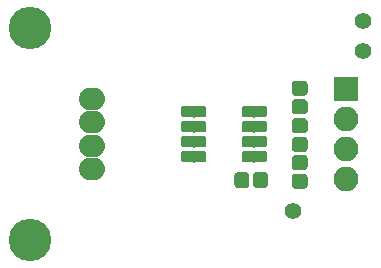
<source format=gbs>
G04 #@! TF.GenerationSoftware,KiCad,Pcbnew,(5.1.2)-1*
G04 #@! TF.CreationDate,2021-06-27T21:29:46+09:00*
G04 #@! TF.ProjectId,IR,49522e6b-6963-4616-945f-706362585858,v1.1*
G04 #@! TF.SameCoordinates,Original*
G04 #@! TF.FileFunction,Soldermask,Bot*
G04 #@! TF.FilePolarity,Negative*
%FSLAX46Y46*%
G04 Gerber Fmt 4.6, Leading zero omitted, Abs format (unit mm)*
G04 Created by KiCad (PCBNEW (5.1.2)-1) date 2021-06-27 21:29:46*
%MOMM*%
%LPD*%
G04 APERTURE LIST*
%ADD10C,3.600000*%
%ADD11O,2.200000X1.924000*%
%ADD12C,1.400000*%
%ADD13C,0.050000*%
%ADD14C,1.275000*%
%ADD15R,2.100000X2.100000*%
%ADD16O,2.100000X2.100000*%
%ADD17C,1.000000*%
G04 APERTURE END LIST*
D10*
X180000000Y-120000000D03*
D11*
X185200000Y-114000000D03*
X185200000Y-112000000D03*
X185200000Y-110000000D03*
X185200000Y-108000000D03*
D12*
X202200000Y-117500000D03*
X208200000Y-101400000D03*
X208200000Y-104000000D03*
D10*
X180000000Y-102000000D03*
D13*
G36*
X199837493Y-114226535D02*
G01*
X199868435Y-114231125D01*
X199898778Y-114238725D01*
X199928230Y-114249263D01*
X199956508Y-114262638D01*
X199983338Y-114278719D01*
X200008463Y-114297353D01*
X200031640Y-114318360D01*
X200052647Y-114341537D01*
X200071281Y-114366662D01*
X200087362Y-114393492D01*
X200100737Y-114421770D01*
X200111275Y-114451222D01*
X200118875Y-114481565D01*
X200123465Y-114512507D01*
X200125000Y-114543750D01*
X200125000Y-115256250D01*
X200123465Y-115287493D01*
X200118875Y-115318435D01*
X200111275Y-115348778D01*
X200100737Y-115378230D01*
X200087362Y-115406508D01*
X200071281Y-115433338D01*
X200052647Y-115458463D01*
X200031640Y-115481640D01*
X200008463Y-115502647D01*
X199983338Y-115521281D01*
X199956508Y-115537362D01*
X199928230Y-115550737D01*
X199898778Y-115561275D01*
X199868435Y-115568875D01*
X199837493Y-115573465D01*
X199806250Y-115575000D01*
X199168750Y-115575000D01*
X199137507Y-115573465D01*
X199106565Y-115568875D01*
X199076222Y-115561275D01*
X199046770Y-115550737D01*
X199018492Y-115537362D01*
X198991662Y-115521281D01*
X198966537Y-115502647D01*
X198943360Y-115481640D01*
X198922353Y-115458463D01*
X198903719Y-115433338D01*
X198887638Y-115406508D01*
X198874263Y-115378230D01*
X198863725Y-115348778D01*
X198856125Y-115318435D01*
X198851535Y-115287493D01*
X198850000Y-115256250D01*
X198850000Y-114543750D01*
X198851535Y-114512507D01*
X198856125Y-114481565D01*
X198863725Y-114451222D01*
X198874263Y-114421770D01*
X198887638Y-114393492D01*
X198903719Y-114366662D01*
X198922353Y-114341537D01*
X198943360Y-114318360D01*
X198966537Y-114297353D01*
X198991662Y-114278719D01*
X199018492Y-114262638D01*
X199046770Y-114249263D01*
X199076222Y-114238725D01*
X199106565Y-114231125D01*
X199137507Y-114226535D01*
X199168750Y-114225000D01*
X199806250Y-114225000D01*
X199837493Y-114226535D01*
X199837493Y-114226535D01*
G37*
D14*
X199487500Y-114900000D03*
D13*
G36*
X198262493Y-114226535D02*
G01*
X198293435Y-114231125D01*
X198323778Y-114238725D01*
X198353230Y-114249263D01*
X198381508Y-114262638D01*
X198408338Y-114278719D01*
X198433463Y-114297353D01*
X198456640Y-114318360D01*
X198477647Y-114341537D01*
X198496281Y-114366662D01*
X198512362Y-114393492D01*
X198525737Y-114421770D01*
X198536275Y-114451222D01*
X198543875Y-114481565D01*
X198548465Y-114512507D01*
X198550000Y-114543750D01*
X198550000Y-115256250D01*
X198548465Y-115287493D01*
X198543875Y-115318435D01*
X198536275Y-115348778D01*
X198525737Y-115378230D01*
X198512362Y-115406508D01*
X198496281Y-115433338D01*
X198477647Y-115458463D01*
X198456640Y-115481640D01*
X198433463Y-115502647D01*
X198408338Y-115521281D01*
X198381508Y-115537362D01*
X198353230Y-115550737D01*
X198323778Y-115561275D01*
X198293435Y-115568875D01*
X198262493Y-115573465D01*
X198231250Y-115575000D01*
X197593750Y-115575000D01*
X197562507Y-115573465D01*
X197531565Y-115568875D01*
X197501222Y-115561275D01*
X197471770Y-115550737D01*
X197443492Y-115537362D01*
X197416662Y-115521281D01*
X197391537Y-115502647D01*
X197368360Y-115481640D01*
X197347353Y-115458463D01*
X197328719Y-115433338D01*
X197312638Y-115406508D01*
X197299263Y-115378230D01*
X197288725Y-115348778D01*
X197281125Y-115318435D01*
X197276535Y-115287493D01*
X197275000Y-115256250D01*
X197275000Y-114543750D01*
X197276535Y-114512507D01*
X197281125Y-114481565D01*
X197288725Y-114451222D01*
X197299263Y-114421770D01*
X197312638Y-114393492D01*
X197328719Y-114366662D01*
X197347353Y-114341537D01*
X197368360Y-114318360D01*
X197391537Y-114297353D01*
X197416662Y-114278719D01*
X197443492Y-114262638D01*
X197471770Y-114249263D01*
X197501222Y-114238725D01*
X197531565Y-114231125D01*
X197562507Y-114226535D01*
X197593750Y-114225000D01*
X198231250Y-114225000D01*
X198262493Y-114226535D01*
X198262493Y-114226535D01*
G37*
D14*
X197912500Y-114900000D03*
D15*
X206700000Y-107160000D03*
D16*
X206700000Y-109700000D03*
X206700000Y-112240000D03*
X206700000Y-114780000D03*
D13*
G36*
X203187493Y-108051535D02*
G01*
X203218435Y-108056125D01*
X203248778Y-108063725D01*
X203278230Y-108074263D01*
X203306508Y-108087638D01*
X203333338Y-108103719D01*
X203358463Y-108122353D01*
X203381640Y-108143360D01*
X203402647Y-108166537D01*
X203421281Y-108191662D01*
X203437362Y-108218492D01*
X203450737Y-108246770D01*
X203461275Y-108276222D01*
X203468875Y-108306565D01*
X203473465Y-108337507D01*
X203475000Y-108368750D01*
X203475000Y-109006250D01*
X203473465Y-109037493D01*
X203468875Y-109068435D01*
X203461275Y-109098778D01*
X203450737Y-109128230D01*
X203437362Y-109156508D01*
X203421281Y-109183338D01*
X203402647Y-109208463D01*
X203381640Y-109231640D01*
X203358463Y-109252647D01*
X203333338Y-109271281D01*
X203306508Y-109287362D01*
X203278230Y-109300737D01*
X203248778Y-109311275D01*
X203218435Y-109318875D01*
X203187493Y-109323465D01*
X203156250Y-109325000D01*
X202443750Y-109325000D01*
X202412507Y-109323465D01*
X202381565Y-109318875D01*
X202351222Y-109311275D01*
X202321770Y-109300737D01*
X202293492Y-109287362D01*
X202266662Y-109271281D01*
X202241537Y-109252647D01*
X202218360Y-109231640D01*
X202197353Y-109208463D01*
X202178719Y-109183338D01*
X202162638Y-109156508D01*
X202149263Y-109128230D01*
X202138725Y-109098778D01*
X202131125Y-109068435D01*
X202126535Y-109037493D01*
X202125000Y-109006250D01*
X202125000Y-108368750D01*
X202126535Y-108337507D01*
X202131125Y-108306565D01*
X202138725Y-108276222D01*
X202149263Y-108246770D01*
X202162638Y-108218492D01*
X202178719Y-108191662D01*
X202197353Y-108166537D01*
X202218360Y-108143360D01*
X202241537Y-108122353D01*
X202266662Y-108103719D01*
X202293492Y-108087638D01*
X202321770Y-108074263D01*
X202351222Y-108063725D01*
X202381565Y-108056125D01*
X202412507Y-108051535D01*
X202443750Y-108050000D01*
X203156250Y-108050000D01*
X203187493Y-108051535D01*
X203187493Y-108051535D01*
G37*
D14*
X202800000Y-108687500D03*
D13*
G36*
X203187493Y-106476535D02*
G01*
X203218435Y-106481125D01*
X203248778Y-106488725D01*
X203278230Y-106499263D01*
X203306508Y-106512638D01*
X203333338Y-106528719D01*
X203358463Y-106547353D01*
X203381640Y-106568360D01*
X203402647Y-106591537D01*
X203421281Y-106616662D01*
X203437362Y-106643492D01*
X203450737Y-106671770D01*
X203461275Y-106701222D01*
X203468875Y-106731565D01*
X203473465Y-106762507D01*
X203475000Y-106793750D01*
X203475000Y-107431250D01*
X203473465Y-107462493D01*
X203468875Y-107493435D01*
X203461275Y-107523778D01*
X203450737Y-107553230D01*
X203437362Y-107581508D01*
X203421281Y-107608338D01*
X203402647Y-107633463D01*
X203381640Y-107656640D01*
X203358463Y-107677647D01*
X203333338Y-107696281D01*
X203306508Y-107712362D01*
X203278230Y-107725737D01*
X203248778Y-107736275D01*
X203218435Y-107743875D01*
X203187493Y-107748465D01*
X203156250Y-107750000D01*
X202443750Y-107750000D01*
X202412507Y-107748465D01*
X202381565Y-107743875D01*
X202351222Y-107736275D01*
X202321770Y-107725737D01*
X202293492Y-107712362D01*
X202266662Y-107696281D01*
X202241537Y-107677647D01*
X202218360Y-107656640D01*
X202197353Y-107633463D01*
X202178719Y-107608338D01*
X202162638Y-107581508D01*
X202149263Y-107553230D01*
X202138725Y-107523778D01*
X202131125Y-107493435D01*
X202126535Y-107462493D01*
X202125000Y-107431250D01*
X202125000Y-106793750D01*
X202126535Y-106762507D01*
X202131125Y-106731565D01*
X202138725Y-106701222D01*
X202149263Y-106671770D01*
X202162638Y-106643492D01*
X202178719Y-106616662D01*
X202197353Y-106591537D01*
X202218360Y-106568360D01*
X202241537Y-106547353D01*
X202266662Y-106528719D01*
X202293492Y-106512638D01*
X202321770Y-106499263D01*
X202351222Y-106488725D01*
X202381565Y-106481125D01*
X202412507Y-106476535D01*
X202443750Y-106475000D01*
X203156250Y-106475000D01*
X203187493Y-106476535D01*
X203187493Y-106476535D01*
G37*
D14*
X202800000Y-107112500D03*
D13*
G36*
X203187493Y-114351535D02*
G01*
X203218435Y-114356125D01*
X203248778Y-114363725D01*
X203278230Y-114374263D01*
X203306508Y-114387638D01*
X203333338Y-114403719D01*
X203358463Y-114422353D01*
X203381640Y-114443360D01*
X203402647Y-114466537D01*
X203421281Y-114491662D01*
X203437362Y-114518492D01*
X203450737Y-114546770D01*
X203461275Y-114576222D01*
X203468875Y-114606565D01*
X203473465Y-114637507D01*
X203475000Y-114668750D01*
X203475000Y-115306250D01*
X203473465Y-115337493D01*
X203468875Y-115368435D01*
X203461275Y-115398778D01*
X203450737Y-115428230D01*
X203437362Y-115456508D01*
X203421281Y-115483338D01*
X203402647Y-115508463D01*
X203381640Y-115531640D01*
X203358463Y-115552647D01*
X203333338Y-115571281D01*
X203306508Y-115587362D01*
X203278230Y-115600737D01*
X203248778Y-115611275D01*
X203218435Y-115618875D01*
X203187493Y-115623465D01*
X203156250Y-115625000D01*
X202443750Y-115625000D01*
X202412507Y-115623465D01*
X202381565Y-115618875D01*
X202351222Y-115611275D01*
X202321770Y-115600737D01*
X202293492Y-115587362D01*
X202266662Y-115571281D01*
X202241537Y-115552647D01*
X202218360Y-115531640D01*
X202197353Y-115508463D01*
X202178719Y-115483338D01*
X202162638Y-115456508D01*
X202149263Y-115428230D01*
X202138725Y-115398778D01*
X202131125Y-115368435D01*
X202126535Y-115337493D01*
X202125000Y-115306250D01*
X202125000Y-114668750D01*
X202126535Y-114637507D01*
X202131125Y-114606565D01*
X202138725Y-114576222D01*
X202149263Y-114546770D01*
X202162638Y-114518492D01*
X202178719Y-114491662D01*
X202197353Y-114466537D01*
X202218360Y-114443360D01*
X202241537Y-114422353D01*
X202266662Y-114403719D01*
X202293492Y-114387638D01*
X202321770Y-114374263D01*
X202351222Y-114363725D01*
X202381565Y-114356125D01*
X202412507Y-114351535D01*
X202443750Y-114350000D01*
X203156250Y-114350000D01*
X203187493Y-114351535D01*
X203187493Y-114351535D01*
G37*
D14*
X202800000Y-114987500D03*
D13*
G36*
X203187493Y-112776535D02*
G01*
X203218435Y-112781125D01*
X203248778Y-112788725D01*
X203278230Y-112799263D01*
X203306508Y-112812638D01*
X203333338Y-112828719D01*
X203358463Y-112847353D01*
X203381640Y-112868360D01*
X203402647Y-112891537D01*
X203421281Y-112916662D01*
X203437362Y-112943492D01*
X203450737Y-112971770D01*
X203461275Y-113001222D01*
X203468875Y-113031565D01*
X203473465Y-113062507D01*
X203475000Y-113093750D01*
X203475000Y-113731250D01*
X203473465Y-113762493D01*
X203468875Y-113793435D01*
X203461275Y-113823778D01*
X203450737Y-113853230D01*
X203437362Y-113881508D01*
X203421281Y-113908338D01*
X203402647Y-113933463D01*
X203381640Y-113956640D01*
X203358463Y-113977647D01*
X203333338Y-113996281D01*
X203306508Y-114012362D01*
X203278230Y-114025737D01*
X203248778Y-114036275D01*
X203218435Y-114043875D01*
X203187493Y-114048465D01*
X203156250Y-114050000D01*
X202443750Y-114050000D01*
X202412507Y-114048465D01*
X202381565Y-114043875D01*
X202351222Y-114036275D01*
X202321770Y-114025737D01*
X202293492Y-114012362D01*
X202266662Y-113996281D01*
X202241537Y-113977647D01*
X202218360Y-113956640D01*
X202197353Y-113933463D01*
X202178719Y-113908338D01*
X202162638Y-113881508D01*
X202149263Y-113853230D01*
X202138725Y-113823778D01*
X202131125Y-113793435D01*
X202126535Y-113762493D01*
X202125000Y-113731250D01*
X202125000Y-113093750D01*
X202126535Y-113062507D01*
X202131125Y-113031565D01*
X202138725Y-113001222D01*
X202149263Y-112971770D01*
X202162638Y-112943492D01*
X202178719Y-112916662D01*
X202197353Y-112891537D01*
X202218360Y-112868360D01*
X202241537Y-112847353D01*
X202266662Y-112828719D01*
X202293492Y-112812638D01*
X202321770Y-112799263D01*
X202351222Y-112788725D01*
X202381565Y-112781125D01*
X202412507Y-112776535D01*
X202443750Y-112775000D01*
X203156250Y-112775000D01*
X203187493Y-112776535D01*
X203187493Y-112776535D01*
G37*
D14*
X202800000Y-113412500D03*
D13*
G36*
X203187493Y-111239535D02*
G01*
X203218435Y-111244125D01*
X203248778Y-111251725D01*
X203278230Y-111262263D01*
X203306508Y-111275638D01*
X203333338Y-111291719D01*
X203358463Y-111310353D01*
X203381640Y-111331360D01*
X203402647Y-111354537D01*
X203421281Y-111379662D01*
X203437362Y-111406492D01*
X203450737Y-111434770D01*
X203461275Y-111464222D01*
X203468875Y-111494565D01*
X203473465Y-111525507D01*
X203475000Y-111556750D01*
X203475000Y-112194250D01*
X203473465Y-112225493D01*
X203468875Y-112256435D01*
X203461275Y-112286778D01*
X203450737Y-112316230D01*
X203437362Y-112344508D01*
X203421281Y-112371338D01*
X203402647Y-112396463D01*
X203381640Y-112419640D01*
X203358463Y-112440647D01*
X203333338Y-112459281D01*
X203306508Y-112475362D01*
X203278230Y-112488737D01*
X203248778Y-112499275D01*
X203218435Y-112506875D01*
X203187493Y-112511465D01*
X203156250Y-112513000D01*
X202443750Y-112513000D01*
X202412507Y-112511465D01*
X202381565Y-112506875D01*
X202351222Y-112499275D01*
X202321770Y-112488737D01*
X202293492Y-112475362D01*
X202266662Y-112459281D01*
X202241537Y-112440647D01*
X202218360Y-112419640D01*
X202197353Y-112396463D01*
X202178719Y-112371338D01*
X202162638Y-112344508D01*
X202149263Y-112316230D01*
X202138725Y-112286778D01*
X202131125Y-112256435D01*
X202126535Y-112225493D01*
X202125000Y-112194250D01*
X202125000Y-111556750D01*
X202126535Y-111525507D01*
X202131125Y-111494565D01*
X202138725Y-111464222D01*
X202149263Y-111434770D01*
X202162638Y-111406492D01*
X202178719Y-111379662D01*
X202197353Y-111354537D01*
X202218360Y-111331360D01*
X202241537Y-111310353D01*
X202266662Y-111291719D01*
X202293492Y-111275638D01*
X202321770Y-111262263D01*
X202351222Y-111251725D01*
X202381565Y-111244125D01*
X202412507Y-111239535D01*
X202443750Y-111238000D01*
X203156250Y-111238000D01*
X203187493Y-111239535D01*
X203187493Y-111239535D01*
G37*
D14*
X202800000Y-111875500D03*
D13*
G36*
X203187493Y-109664535D02*
G01*
X203218435Y-109669125D01*
X203248778Y-109676725D01*
X203278230Y-109687263D01*
X203306508Y-109700638D01*
X203333338Y-109716719D01*
X203358463Y-109735353D01*
X203381640Y-109756360D01*
X203402647Y-109779537D01*
X203421281Y-109804662D01*
X203437362Y-109831492D01*
X203450737Y-109859770D01*
X203461275Y-109889222D01*
X203468875Y-109919565D01*
X203473465Y-109950507D01*
X203475000Y-109981750D01*
X203475000Y-110619250D01*
X203473465Y-110650493D01*
X203468875Y-110681435D01*
X203461275Y-110711778D01*
X203450737Y-110741230D01*
X203437362Y-110769508D01*
X203421281Y-110796338D01*
X203402647Y-110821463D01*
X203381640Y-110844640D01*
X203358463Y-110865647D01*
X203333338Y-110884281D01*
X203306508Y-110900362D01*
X203278230Y-110913737D01*
X203248778Y-110924275D01*
X203218435Y-110931875D01*
X203187493Y-110936465D01*
X203156250Y-110938000D01*
X202443750Y-110938000D01*
X202412507Y-110936465D01*
X202381565Y-110931875D01*
X202351222Y-110924275D01*
X202321770Y-110913737D01*
X202293492Y-110900362D01*
X202266662Y-110884281D01*
X202241537Y-110865647D01*
X202218360Y-110844640D01*
X202197353Y-110821463D01*
X202178719Y-110796338D01*
X202162638Y-110769508D01*
X202149263Y-110741230D01*
X202138725Y-110711778D01*
X202131125Y-110681435D01*
X202126535Y-110650493D01*
X202125000Y-110619250D01*
X202125000Y-109981750D01*
X202126535Y-109950507D01*
X202131125Y-109919565D01*
X202138725Y-109889222D01*
X202149263Y-109859770D01*
X202162638Y-109831492D01*
X202178719Y-109804662D01*
X202197353Y-109779537D01*
X202218360Y-109756360D01*
X202241537Y-109735353D01*
X202266662Y-109716719D01*
X202293492Y-109700638D01*
X202321770Y-109687263D01*
X202351222Y-109676725D01*
X202381565Y-109669125D01*
X202412507Y-109664535D01*
X202443750Y-109663000D01*
X203156250Y-109663000D01*
X203187493Y-109664535D01*
X203187493Y-109664535D01*
G37*
D14*
X202800000Y-110300500D03*
D13*
G36*
X194674504Y-112406204D02*
G01*
X194698773Y-112409804D01*
X194722571Y-112415765D01*
X194745671Y-112424030D01*
X194767849Y-112434520D01*
X194788893Y-112447133D01*
X194808598Y-112461747D01*
X194826777Y-112478223D01*
X194843253Y-112496402D01*
X194857867Y-112516107D01*
X194870480Y-112537151D01*
X194880970Y-112559329D01*
X194889235Y-112582429D01*
X194895196Y-112606227D01*
X194898796Y-112630496D01*
X194900000Y-112655000D01*
X194900000Y-113155000D01*
X194898796Y-113179504D01*
X194895196Y-113203773D01*
X194889235Y-113227571D01*
X194880970Y-113250671D01*
X194870480Y-113272849D01*
X194857867Y-113293893D01*
X194843253Y-113313598D01*
X194826777Y-113331777D01*
X194808598Y-113348253D01*
X194788893Y-113362867D01*
X194767849Y-113375480D01*
X194745671Y-113385970D01*
X194722571Y-113394235D01*
X194698773Y-113400196D01*
X194674504Y-113403796D01*
X194650000Y-113405000D01*
X193000000Y-113405000D01*
X192975496Y-113403796D01*
X192951227Y-113400196D01*
X192927429Y-113394235D01*
X192904329Y-113385970D01*
X192882151Y-113375480D01*
X192861107Y-113362867D01*
X192841402Y-113348253D01*
X192823223Y-113331777D01*
X192806747Y-113313598D01*
X192792133Y-113293893D01*
X192779520Y-113272849D01*
X192769030Y-113250671D01*
X192760765Y-113227571D01*
X192754804Y-113203773D01*
X192751204Y-113179504D01*
X192750000Y-113155000D01*
X192750000Y-112655000D01*
X192751204Y-112630496D01*
X192754804Y-112606227D01*
X192760765Y-112582429D01*
X192769030Y-112559329D01*
X192779520Y-112537151D01*
X192792133Y-112516107D01*
X192806747Y-112496402D01*
X192823223Y-112478223D01*
X192841402Y-112461747D01*
X192861107Y-112447133D01*
X192882151Y-112434520D01*
X192904329Y-112424030D01*
X192927429Y-112415765D01*
X192951227Y-112409804D01*
X192975496Y-112406204D01*
X193000000Y-112405000D01*
X194650000Y-112405000D01*
X194674504Y-112406204D01*
X194674504Y-112406204D01*
G37*
D17*
X193825000Y-112905000D03*
D13*
G36*
X194674504Y-111136204D02*
G01*
X194698773Y-111139804D01*
X194722571Y-111145765D01*
X194745671Y-111154030D01*
X194767849Y-111164520D01*
X194788893Y-111177133D01*
X194808598Y-111191747D01*
X194826777Y-111208223D01*
X194843253Y-111226402D01*
X194857867Y-111246107D01*
X194870480Y-111267151D01*
X194880970Y-111289329D01*
X194889235Y-111312429D01*
X194895196Y-111336227D01*
X194898796Y-111360496D01*
X194900000Y-111385000D01*
X194900000Y-111885000D01*
X194898796Y-111909504D01*
X194895196Y-111933773D01*
X194889235Y-111957571D01*
X194880970Y-111980671D01*
X194870480Y-112002849D01*
X194857867Y-112023893D01*
X194843253Y-112043598D01*
X194826777Y-112061777D01*
X194808598Y-112078253D01*
X194788893Y-112092867D01*
X194767849Y-112105480D01*
X194745671Y-112115970D01*
X194722571Y-112124235D01*
X194698773Y-112130196D01*
X194674504Y-112133796D01*
X194650000Y-112135000D01*
X193000000Y-112135000D01*
X192975496Y-112133796D01*
X192951227Y-112130196D01*
X192927429Y-112124235D01*
X192904329Y-112115970D01*
X192882151Y-112105480D01*
X192861107Y-112092867D01*
X192841402Y-112078253D01*
X192823223Y-112061777D01*
X192806747Y-112043598D01*
X192792133Y-112023893D01*
X192779520Y-112002849D01*
X192769030Y-111980671D01*
X192760765Y-111957571D01*
X192754804Y-111933773D01*
X192751204Y-111909504D01*
X192750000Y-111885000D01*
X192750000Y-111385000D01*
X192751204Y-111360496D01*
X192754804Y-111336227D01*
X192760765Y-111312429D01*
X192769030Y-111289329D01*
X192779520Y-111267151D01*
X192792133Y-111246107D01*
X192806747Y-111226402D01*
X192823223Y-111208223D01*
X192841402Y-111191747D01*
X192861107Y-111177133D01*
X192882151Y-111164520D01*
X192904329Y-111154030D01*
X192927429Y-111145765D01*
X192951227Y-111139804D01*
X192975496Y-111136204D01*
X193000000Y-111135000D01*
X194650000Y-111135000D01*
X194674504Y-111136204D01*
X194674504Y-111136204D01*
G37*
D17*
X193825000Y-111635000D03*
D13*
G36*
X194674504Y-109866204D02*
G01*
X194698773Y-109869804D01*
X194722571Y-109875765D01*
X194745671Y-109884030D01*
X194767849Y-109894520D01*
X194788893Y-109907133D01*
X194808598Y-109921747D01*
X194826777Y-109938223D01*
X194843253Y-109956402D01*
X194857867Y-109976107D01*
X194870480Y-109997151D01*
X194880970Y-110019329D01*
X194889235Y-110042429D01*
X194895196Y-110066227D01*
X194898796Y-110090496D01*
X194900000Y-110115000D01*
X194900000Y-110615000D01*
X194898796Y-110639504D01*
X194895196Y-110663773D01*
X194889235Y-110687571D01*
X194880970Y-110710671D01*
X194870480Y-110732849D01*
X194857867Y-110753893D01*
X194843253Y-110773598D01*
X194826777Y-110791777D01*
X194808598Y-110808253D01*
X194788893Y-110822867D01*
X194767849Y-110835480D01*
X194745671Y-110845970D01*
X194722571Y-110854235D01*
X194698773Y-110860196D01*
X194674504Y-110863796D01*
X194650000Y-110865000D01*
X193000000Y-110865000D01*
X192975496Y-110863796D01*
X192951227Y-110860196D01*
X192927429Y-110854235D01*
X192904329Y-110845970D01*
X192882151Y-110835480D01*
X192861107Y-110822867D01*
X192841402Y-110808253D01*
X192823223Y-110791777D01*
X192806747Y-110773598D01*
X192792133Y-110753893D01*
X192779520Y-110732849D01*
X192769030Y-110710671D01*
X192760765Y-110687571D01*
X192754804Y-110663773D01*
X192751204Y-110639504D01*
X192750000Y-110615000D01*
X192750000Y-110115000D01*
X192751204Y-110090496D01*
X192754804Y-110066227D01*
X192760765Y-110042429D01*
X192769030Y-110019329D01*
X192779520Y-109997151D01*
X192792133Y-109976107D01*
X192806747Y-109956402D01*
X192823223Y-109938223D01*
X192841402Y-109921747D01*
X192861107Y-109907133D01*
X192882151Y-109894520D01*
X192904329Y-109884030D01*
X192927429Y-109875765D01*
X192951227Y-109869804D01*
X192975496Y-109866204D01*
X193000000Y-109865000D01*
X194650000Y-109865000D01*
X194674504Y-109866204D01*
X194674504Y-109866204D01*
G37*
D17*
X193825000Y-110365000D03*
D13*
G36*
X194674504Y-108596204D02*
G01*
X194698773Y-108599804D01*
X194722571Y-108605765D01*
X194745671Y-108614030D01*
X194767849Y-108624520D01*
X194788893Y-108637133D01*
X194808598Y-108651747D01*
X194826777Y-108668223D01*
X194843253Y-108686402D01*
X194857867Y-108706107D01*
X194870480Y-108727151D01*
X194880970Y-108749329D01*
X194889235Y-108772429D01*
X194895196Y-108796227D01*
X194898796Y-108820496D01*
X194900000Y-108845000D01*
X194900000Y-109345000D01*
X194898796Y-109369504D01*
X194895196Y-109393773D01*
X194889235Y-109417571D01*
X194880970Y-109440671D01*
X194870480Y-109462849D01*
X194857867Y-109483893D01*
X194843253Y-109503598D01*
X194826777Y-109521777D01*
X194808598Y-109538253D01*
X194788893Y-109552867D01*
X194767849Y-109565480D01*
X194745671Y-109575970D01*
X194722571Y-109584235D01*
X194698773Y-109590196D01*
X194674504Y-109593796D01*
X194650000Y-109595000D01*
X193000000Y-109595000D01*
X192975496Y-109593796D01*
X192951227Y-109590196D01*
X192927429Y-109584235D01*
X192904329Y-109575970D01*
X192882151Y-109565480D01*
X192861107Y-109552867D01*
X192841402Y-109538253D01*
X192823223Y-109521777D01*
X192806747Y-109503598D01*
X192792133Y-109483893D01*
X192779520Y-109462849D01*
X192769030Y-109440671D01*
X192760765Y-109417571D01*
X192754804Y-109393773D01*
X192751204Y-109369504D01*
X192750000Y-109345000D01*
X192750000Y-108845000D01*
X192751204Y-108820496D01*
X192754804Y-108796227D01*
X192760765Y-108772429D01*
X192769030Y-108749329D01*
X192779520Y-108727151D01*
X192792133Y-108706107D01*
X192806747Y-108686402D01*
X192823223Y-108668223D01*
X192841402Y-108651747D01*
X192861107Y-108637133D01*
X192882151Y-108624520D01*
X192904329Y-108614030D01*
X192927429Y-108605765D01*
X192951227Y-108599804D01*
X192975496Y-108596204D01*
X193000000Y-108595000D01*
X194650000Y-108595000D01*
X194674504Y-108596204D01*
X194674504Y-108596204D01*
G37*
D17*
X193825000Y-109095000D03*
D13*
G36*
X199824504Y-108596204D02*
G01*
X199848773Y-108599804D01*
X199872571Y-108605765D01*
X199895671Y-108614030D01*
X199917849Y-108624520D01*
X199938893Y-108637133D01*
X199958598Y-108651747D01*
X199976777Y-108668223D01*
X199993253Y-108686402D01*
X200007867Y-108706107D01*
X200020480Y-108727151D01*
X200030970Y-108749329D01*
X200039235Y-108772429D01*
X200045196Y-108796227D01*
X200048796Y-108820496D01*
X200050000Y-108845000D01*
X200050000Y-109345000D01*
X200048796Y-109369504D01*
X200045196Y-109393773D01*
X200039235Y-109417571D01*
X200030970Y-109440671D01*
X200020480Y-109462849D01*
X200007867Y-109483893D01*
X199993253Y-109503598D01*
X199976777Y-109521777D01*
X199958598Y-109538253D01*
X199938893Y-109552867D01*
X199917849Y-109565480D01*
X199895671Y-109575970D01*
X199872571Y-109584235D01*
X199848773Y-109590196D01*
X199824504Y-109593796D01*
X199800000Y-109595000D01*
X198150000Y-109595000D01*
X198125496Y-109593796D01*
X198101227Y-109590196D01*
X198077429Y-109584235D01*
X198054329Y-109575970D01*
X198032151Y-109565480D01*
X198011107Y-109552867D01*
X197991402Y-109538253D01*
X197973223Y-109521777D01*
X197956747Y-109503598D01*
X197942133Y-109483893D01*
X197929520Y-109462849D01*
X197919030Y-109440671D01*
X197910765Y-109417571D01*
X197904804Y-109393773D01*
X197901204Y-109369504D01*
X197900000Y-109345000D01*
X197900000Y-108845000D01*
X197901204Y-108820496D01*
X197904804Y-108796227D01*
X197910765Y-108772429D01*
X197919030Y-108749329D01*
X197929520Y-108727151D01*
X197942133Y-108706107D01*
X197956747Y-108686402D01*
X197973223Y-108668223D01*
X197991402Y-108651747D01*
X198011107Y-108637133D01*
X198032151Y-108624520D01*
X198054329Y-108614030D01*
X198077429Y-108605765D01*
X198101227Y-108599804D01*
X198125496Y-108596204D01*
X198150000Y-108595000D01*
X199800000Y-108595000D01*
X199824504Y-108596204D01*
X199824504Y-108596204D01*
G37*
D17*
X198975000Y-109095000D03*
D13*
G36*
X199824504Y-109866204D02*
G01*
X199848773Y-109869804D01*
X199872571Y-109875765D01*
X199895671Y-109884030D01*
X199917849Y-109894520D01*
X199938893Y-109907133D01*
X199958598Y-109921747D01*
X199976777Y-109938223D01*
X199993253Y-109956402D01*
X200007867Y-109976107D01*
X200020480Y-109997151D01*
X200030970Y-110019329D01*
X200039235Y-110042429D01*
X200045196Y-110066227D01*
X200048796Y-110090496D01*
X200050000Y-110115000D01*
X200050000Y-110615000D01*
X200048796Y-110639504D01*
X200045196Y-110663773D01*
X200039235Y-110687571D01*
X200030970Y-110710671D01*
X200020480Y-110732849D01*
X200007867Y-110753893D01*
X199993253Y-110773598D01*
X199976777Y-110791777D01*
X199958598Y-110808253D01*
X199938893Y-110822867D01*
X199917849Y-110835480D01*
X199895671Y-110845970D01*
X199872571Y-110854235D01*
X199848773Y-110860196D01*
X199824504Y-110863796D01*
X199800000Y-110865000D01*
X198150000Y-110865000D01*
X198125496Y-110863796D01*
X198101227Y-110860196D01*
X198077429Y-110854235D01*
X198054329Y-110845970D01*
X198032151Y-110835480D01*
X198011107Y-110822867D01*
X197991402Y-110808253D01*
X197973223Y-110791777D01*
X197956747Y-110773598D01*
X197942133Y-110753893D01*
X197929520Y-110732849D01*
X197919030Y-110710671D01*
X197910765Y-110687571D01*
X197904804Y-110663773D01*
X197901204Y-110639504D01*
X197900000Y-110615000D01*
X197900000Y-110115000D01*
X197901204Y-110090496D01*
X197904804Y-110066227D01*
X197910765Y-110042429D01*
X197919030Y-110019329D01*
X197929520Y-109997151D01*
X197942133Y-109976107D01*
X197956747Y-109956402D01*
X197973223Y-109938223D01*
X197991402Y-109921747D01*
X198011107Y-109907133D01*
X198032151Y-109894520D01*
X198054329Y-109884030D01*
X198077429Y-109875765D01*
X198101227Y-109869804D01*
X198125496Y-109866204D01*
X198150000Y-109865000D01*
X199800000Y-109865000D01*
X199824504Y-109866204D01*
X199824504Y-109866204D01*
G37*
D17*
X198975000Y-110365000D03*
D13*
G36*
X199824504Y-111136204D02*
G01*
X199848773Y-111139804D01*
X199872571Y-111145765D01*
X199895671Y-111154030D01*
X199917849Y-111164520D01*
X199938893Y-111177133D01*
X199958598Y-111191747D01*
X199976777Y-111208223D01*
X199993253Y-111226402D01*
X200007867Y-111246107D01*
X200020480Y-111267151D01*
X200030970Y-111289329D01*
X200039235Y-111312429D01*
X200045196Y-111336227D01*
X200048796Y-111360496D01*
X200050000Y-111385000D01*
X200050000Y-111885000D01*
X200048796Y-111909504D01*
X200045196Y-111933773D01*
X200039235Y-111957571D01*
X200030970Y-111980671D01*
X200020480Y-112002849D01*
X200007867Y-112023893D01*
X199993253Y-112043598D01*
X199976777Y-112061777D01*
X199958598Y-112078253D01*
X199938893Y-112092867D01*
X199917849Y-112105480D01*
X199895671Y-112115970D01*
X199872571Y-112124235D01*
X199848773Y-112130196D01*
X199824504Y-112133796D01*
X199800000Y-112135000D01*
X198150000Y-112135000D01*
X198125496Y-112133796D01*
X198101227Y-112130196D01*
X198077429Y-112124235D01*
X198054329Y-112115970D01*
X198032151Y-112105480D01*
X198011107Y-112092867D01*
X197991402Y-112078253D01*
X197973223Y-112061777D01*
X197956747Y-112043598D01*
X197942133Y-112023893D01*
X197929520Y-112002849D01*
X197919030Y-111980671D01*
X197910765Y-111957571D01*
X197904804Y-111933773D01*
X197901204Y-111909504D01*
X197900000Y-111885000D01*
X197900000Y-111385000D01*
X197901204Y-111360496D01*
X197904804Y-111336227D01*
X197910765Y-111312429D01*
X197919030Y-111289329D01*
X197929520Y-111267151D01*
X197942133Y-111246107D01*
X197956747Y-111226402D01*
X197973223Y-111208223D01*
X197991402Y-111191747D01*
X198011107Y-111177133D01*
X198032151Y-111164520D01*
X198054329Y-111154030D01*
X198077429Y-111145765D01*
X198101227Y-111139804D01*
X198125496Y-111136204D01*
X198150000Y-111135000D01*
X199800000Y-111135000D01*
X199824504Y-111136204D01*
X199824504Y-111136204D01*
G37*
D17*
X198975000Y-111635000D03*
D13*
G36*
X199824504Y-112406204D02*
G01*
X199848773Y-112409804D01*
X199872571Y-112415765D01*
X199895671Y-112424030D01*
X199917849Y-112434520D01*
X199938893Y-112447133D01*
X199958598Y-112461747D01*
X199976777Y-112478223D01*
X199993253Y-112496402D01*
X200007867Y-112516107D01*
X200020480Y-112537151D01*
X200030970Y-112559329D01*
X200039235Y-112582429D01*
X200045196Y-112606227D01*
X200048796Y-112630496D01*
X200050000Y-112655000D01*
X200050000Y-113155000D01*
X200048796Y-113179504D01*
X200045196Y-113203773D01*
X200039235Y-113227571D01*
X200030970Y-113250671D01*
X200020480Y-113272849D01*
X200007867Y-113293893D01*
X199993253Y-113313598D01*
X199976777Y-113331777D01*
X199958598Y-113348253D01*
X199938893Y-113362867D01*
X199917849Y-113375480D01*
X199895671Y-113385970D01*
X199872571Y-113394235D01*
X199848773Y-113400196D01*
X199824504Y-113403796D01*
X199800000Y-113405000D01*
X198150000Y-113405000D01*
X198125496Y-113403796D01*
X198101227Y-113400196D01*
X198077429Y-113394235D01*
X198054329Y-113385970D01*
X198032151Y-113375480D01*
X198011107Y-113362867D01*
X197991402Y-113348253D01*
X197973223Y-113331777D01*
X197956747Y-113313598D01*
X197942133Y-113293893D01*
X197929520Y-113272849D01*
X197919030Y-113250671D01*
X197910765Y-113227571D01*
X197904804Y-113203773D01*
X197901204Y-113179504D01*
X197900000Y-113155000D01*
X197900000Y-112655000D01*
X197901204Y-112630496D01*
X197904804Y-112606227D01*
X197910765Y-112582429D01*
X197919030Y-112559329D01*
X197929520Y-112537151D01*
X197942133Y-112516107D01*
X197956747Y-112496402D01*
X197973223Y-112478223D01*
X197991402Y-112461747D01*
X198011107Y-112447133D01*
X198032151Y-112434520D01*
X198054329Y-112424030D01*
X198077429Y-112415765D01*
X198101227Y-112409804D01*
X198125496Y-112406204D01*
X198150000Y-112405000D01*
X199800000Y-112405000D01*
X199824504Y-112406204D01*
X199824504Y-112406204D01*
G37*
D17*
X198975000Y-112905000D03*
M02*

</source>
